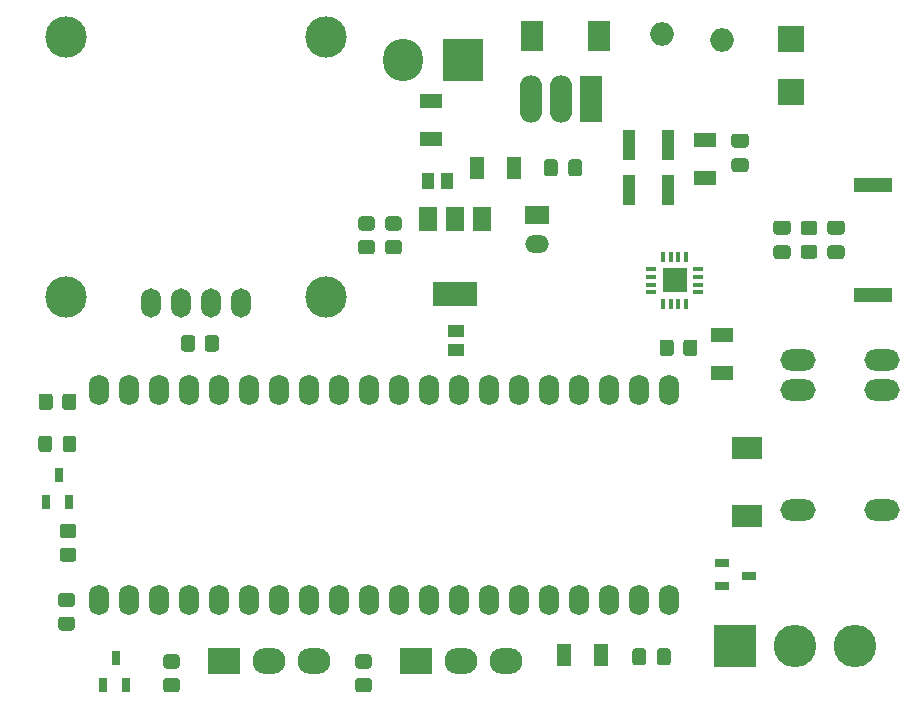
<source format=gts>
%TF.GenerationSoftware,KiCad,Pcbnew,(5.1.10)-1*%
%TF.CreationDate,2024-09-14T21:02:55+02:00*%
%TF.ProjectId,LightningDetector_V1_0,4c696768-746e-4696-9e67-446574656374,rev?*%
%TF.SameCoordinates,Original*%
%TF.FileFunction,Soldermask,Top*%
%TF.FilePolarity,Negative*%
%FSLAX46Y46*%
G04 Gerber Fmt 4.6, Leading zero omitted, Abs format (unit mm)*
G04 Created by KiCad (PCBNEW (5.1.10)-1) date 2024-09-14 21:02:55*
%MOMM*%
%LPD*%
G01*
G04 APERTURE LIST*
%ADD10C,3.500000*%
%ADD11O,1.700000X2.500000*%
%ADD12R,2.300000X2.200000*%
%ADD13R,1.905000X4.000000*%
%ADD14O,1.905000X4.000000*%
%ADD15O,2.000000X1.524000*%
%ADD16R,2.000000X1.500000*%
%ADD17O,2.000000X2.000000*%
%ADD18R,3.400000X3.600000*%
%ADD19O,3.400000X3.600000*%
%ADD20R,0.850000X0.400000*%
%ADD21R,0.400000X0.850000*%
%ADD22R,2.000000X2.000000*%
%ADD23R,1.200000X1.900000*%
%ADD24R,1.900000X1.200000*%
%ADD25R,2.800000X2.200000*%
%ADD26O,2.800000X2.200000*%
%ADD27R,1.900000X2.540000*%
%ADD28R,0.800000X1.300000*%
%ADD29O,1.700000X2.600000*%
%ADD30R,3.200000X1.300000*%
%ADD31R,1.400000X1.000000*%
%ADD32O,3.600000X3.600000*%
%ADD33R,3.600000X3.600000*%
%ADD34R,2.540000X1.900000*%
%ADD35R,1.000000X2.500000*%
%ADD36R,1.000000X1.400000*%
%ADD37R,1.300000X0.800000*%
%ADD38O,3.000000X1.800000*%
%ADD39R,1.500000X2.000000*%
%ADD40R,3.800000X2.000000*%
G04 APERTURE END LIST*
D10*
%TO.C,U5*%
X139319000Y-76454000D03*
X117348000Y-76454000D03*
X117348000Y-54483000D03*
X139319000Y-54483000D03*
D11*
X132161000Y-76951000D03*
X129621000Y-76951000D03*
X127081000Y-76951000D03*
X124541000Y-76951000D03*
%TD*%
D12*
%TO.C,D3*%
X178689000Y-59146000D03*
X178689000Y-54646000D03*
%TD*%
D13*
%TO.C,U4*%
X161798000Y-59690000D03*
D14*
X159258000Y-59690000D03*
X156718000Y-59690000D03*
%TD*%
D15*
%TO.C,C8*%
X157226000Y-71989000D03*
D16*
X157226000Y-69489000D03*
%TD*%
D17*
%TO.C,U3*%
X167767000Y-54229000D03*
X172867000Y-54729000D03*
%TD*%
D18*
%TO.C,CON2*%
X150891240Y-56410860D03*
D19*
X145811240Y-56410860D03*
%TD*%
D20*
%TO.C,U2*%
X170815000Y-76073000D03*
X170815000Y-75423000D03*
X170815000Y-74123000D03*
X170815000Y-74773000D03*
X166865000Y-75423000D03*
X166865000Y-74123000D03*
X166865000Y-74773000D03*
X166865000Y-76073000D03*
D21*
X169165000Y-77073000D03*
X169815000Y-77073000D03*
X168515000Y-77073000D03*
X167865000Y-77073000D03*
X168515000Y-73123000D03*
X169815000Y-73123000D03*
X169165000Y-73123000D03*
X167865000Y-73123000D03*
D22*
X168846500Y-75057000D03*
%TD*%
D23*
%TO.C,C1*%
X159436000Y-106807000D03*
X162636000Y-106807000D03*
%TD*%
%TO.C,C2*%
G36*
G01*
X165253000Y-107409000D02*
X165253000Y-106459000D01*
G75*
G02*
X165503000Y-106209000I250000J0D01*
G01*
X166178000Y-106209000D01*
G75*
G02*
X166428000Y-106459000I0J-250000D01*
G01*
X166428000Y-107409000D01*
G75*
G02*
X166178000Y-107659000I-250000J0D01*
G01*
X165503000Y-107659000D01*
G75*
G02*
X165253000Y-107409000I0J250000D01*
G01*
G37*
G36*
G01*
X167328000Y-107409000D02*
X167328000Y-106459000D01*
G75*
G02*
X167578000Y-106209000I250000J0D01*
G01*
X168253000Y-106209000D01*
G75*
G02*
X168503000Y-106459000I0J-250000D01*
G01*
X168503000Y-107409000D01*
G75*
G02*
X168253000Y-107659000I-250000J0D01*
G01*
X167578000Y-107659000D01*
G75*
G02*
X167328000Y-107409000I0J250000D01*
G01*
G37*
%TD*%
D24*
%TO.C,C3*%
X171450000Y-63170000D03*
X171450000Y-66370000D03*
%TD*%
%TO.C,C4*%
G36*
G01*
X174846000Y-63812000D02*
X173896000Y-63812000D01*
G75*
G02*
X173646000Y-63562000I0J250000D01*
G01*
X173646000Y-62887000D01*
G75*
G02*
X173896000Y-62637000I250000J0D01*
G01*
X174846000Y-62637000D01*
G75*
G02*
X175096000Y-62887000I0J-250000D01*
G01*
X175096000Y-63562000D01*
G75*
G02*
X174846000Y-63812000I-250000J0D01*
G01*
G37*
G36*
G01*
X174846000Y-65887000D02*
X173896000Y-65887000D01*
G75*
G02*
X173646000Y-65637000I0J250000D01*
G01*
X173646000Y-64962000D01*
G75*
G02*
X173896000Y-64712000I250000J0D01*
G01*
X174846000Y-64712000D01*
G75*
G02*
X175096000Y-64962000I0J-250000D01*
G01*
X175096000Y-65637000D01*
G75*
G02*
X174846000Y-65887000I-250000J0D01*
G01*
G37*
%TD*%
%TO.C,C5*%
X172847000Y-82880000D03*
X172847000Y-79680000D03*
%TD*%
D23*
%TO.C,C6*%
X155270000Y-65532000D03*
X152070000Y-65532000D03*
%TD*%
%TO.C,C7*%
G36*
G01*
X157760000Y-66007000D02*
X157760000Y-65057000D01*
G75*
G02*
X158010000Y-64807000I250000J0D01*
G01*
X158685000Y-64807000D01*
G75*
G02*
X158935000Y-65057000I0J-250000D01*
G01*
X158935000Y-66007000D01*
G75*
G02*
X158685000Y-66257000I-250000J0D01*
G01*
X158010000Y-66257000D01*
G75*
G02*
X157760000Y-66007000I0J250000D01*
G01*
G37*
G36*
G01*
X159835000Y-66007000D02*
X159835000Y-65057000D01*
G75*
G02*
X160085000Y-64807000I250000J0D01*
G01*
X160760000Y-64807000D01*
G75*
G02*
X161010000Y-65057000I0J-250000D01*
G01*
X161010000Y-66007000D01*
G75*
G02*
X160760000Y-66257000I-250000J0D01*
G01*
X160085000Y-66257000D01*
G75*
G02*
X159835000Y-66007000I0J250000D01*
G01*
G37*
%TD*%
D25*
%TO.C,CON1*%
X146939000Y-107315000D03*
D26*
X150749000Y-107315000D03*
X154559000Y-107315000D03*
%TD*%
%TO.C,CON3*%
X138303000Y-107315000D03*
X134493000Y-107315000D03*
D25*
X130683000Y-107315000D03*
%TD*%
%TO.C,D1*%
G36*
G01*
X117027000Y-89350001D02*
X117027000Y-88449999D01*
G75*
G02*
X117276999Y-88200000I249999J0D01*
G01*
X117927001Y-88200000D01*
G75*
G02*
X118177000Y-88449999I0J-249999D01*
G01*
X118177000Y-89350001D01*
G75*
G02*
X117927001Y-89600000I-249999J0D01*
G01*
X117276999Y-89600000D01*
G75*
G02*
X117027000Y-89350001I0J249999D01*
G01*
G37*
G36*
G01*
X114977000Y-89350001D02*
X114977000Y-88449999D01*
G75*
G02*
X115226999Y-88200000I249999J0D01*
G01*
X115877001Y-88200000D01*
G75*
G02*
X116127000Y-88449999I0J-249999D01*
G01*
X116127000Y-89350001D01*
G75*
G02*
X115877001Y-89600000I-249999J0D01*
G01*
X115226999Y-89600000D01*
G75*
G02*
X114977000Y-89350001I0J249999D01*
G01*
G37*
%TD*%
D27*
%TO.C,D2*%
X162433000Y-54356000D03*
X156733000Y-54356000D03*
%TD*%
D28*
%TO.C,Q1*%
X120462000Y-109347000D03*
X122362000Y-109347000D03*
X121520000Y-107061000D03*
%TD*%
%TO.C,Q2*%
X116694000Y-91567000D03*
X117536000Y-93853000D03*
X115636000Y-93853000D03*
%TD*%
%TO.C,R1*%
G36*
G01*
X130251000Y-79940999D02*
X130251000Y-80841001D01*
G75*
G02*
X130001001Y-81091000I-249999J0D01*
G01*
X129300999Y-81091000D01*
G75*
G02*
X129051000Y-80841001I0J249999D01*
G01*
X129051000Y-79940999D01*
G75*
G02*
X129300999Y-79691000I249999J0D01*
G01*
X130001001Y-79691000D01*
G75*
G02*
X130251000Y-79940999I0J-249999D01*
G01*
G37*
G36*
G01*
X128251000Y-79940999D02*
X128251000Y-80841001D01*
G75*
G02*
X128001001Y-81091000I-249999J0D01*
G01*
X127300999Y-81091000D01*
G75*
G02*
X127051000Y-80841001I0J249999D01*
G01*
X127051000Y-79940999D01*
G75*
G02*
X127300999Y-79691000I249999J0D01*
G01*
X128001001Y-79691000D01*
G75*
G02*
X128251000Y-79940999I0J-249999D01*
G01*
G37*
%TD*%
%TO.C,R2*%
G36*
G01*
X116186000Y-84893999D02*
X116186000Y-85794001D01*
G75*
G02*
X115936001Y-86044000I-249999J0D01*
G01*
X115235999Y-86044000D01*
G75*
G02*
X114986000Y-85794001I0J249999D01*
G01*
X114986000Y-84893999D01*
G75*
G02*
X115235999Y-84644000I249999J0D01*
G01*
X115936001Y-84644000D01*
G75*
G02*
X116186000Y-84893999I0J-249999D01*
G01*
G37*
G36*
G01*
X118186000Y-84893999D02*
X118186000Y-85794001D01*
G75*
G02*
X117936001Y-86044000I-249999J0D01*
G01*
X117235999Y-86044000D01*
G75*
G02*
X116986000Y-85794001I0J249999D01*
G01*
X116986000Y-84893999D01*
G75*
G02*
X117235999Y-84644000I249999J0D01*
G01*
X117936001Y-84644000D01*
G75*
G02*
X118186000Y-84893999I0J-249999D01*
G01*
G37*
%TD*%
%TO.C,R6*%
G36*
G01*
X142297999Y-71647000D02*
X143198001Y-71647000D01*
G75*
G02*
X143448000Y-71896999I0J-249999D01*
G01*
X143448000Y-72597001D01*
G75*
G02*
X143198001Y-72847000I-249999J0D01*
G01*
X142297999Y-72847000D01*
G75*
G02*
X142048000Y-72597001I0J249999D01*
G01*
X142048000Y-71896999D01*
G75*
G02*
X142297999Y-71647000I249999J0D01*
G01*
G37*
G36*
G01*
X142297999Y-69647000D02*
X143198001Y-69647000D01*
G75*
G02*
X143448000Y-69896999I0J-249999D01*
G01*
X143448000Y-70597001D01*
G75*
G02*
X143198001Y-70847000I-249999J0D01*
G01*
X142297999Y-70847000D01*
G75*
G02*
X142048000Y-70597001I0J249999D01*
G01*
X142048000Y-69896999D01*
G75*
G02*
X142297999Y-69647000I249999J0D01*
G01*
G37*
%TD*%
%TO.C,R7*%
G36*
G01*
X144583999Y-69647000D02*
X145484001Y-69647000D01*
G75*
G02*
X145734000Y-69896999I0J-249999D01*
G01*
X145734000Y-70597001D01*
G75*
G02*
X145484001Y-70847000I-249999J0D01*
G01*
X144583999Y-70847000D01*
G75*
G02*
X144334000Y-70597001I0J249999D01*
G01*
X144334000Y-69896999D01*
G75*
G02*
X144583999Y-69647000I249999J0D01*
G01*
G37*
G36*
G01*
X144583999Y-71647000D02*
X145484001Y-71647000D01*
G75*
G02*
X145734000Y-71896999I0J-249999D01*
G01*
X145734000Y-72597001D01*
G75*
G02*
X145484001Y-72847000I-249999J0D01*
G01*
X144583999Y-72847000D01*
G75*
G02*
X144334000Y-72597001I0J249999D01*
G01*
X144334000Y-71896999D01*
G75*
G02*
X144583999Y-71647000I249999J0D01*
G01*
G37*
%TD*%
%TO.C,R8*%
G36*
G01*
X125787999Y-106731000D02*
X126688001Y-106731000D01*
G75*
G02*
X126938000Y-106980999I0J-249999D01*
G01*
X126938000Y-107681001D01*
G75*
G02*
X126688001Y-107931000I-249999J0D01*
G01*
X125787999Y-107931000D01*
G75*
G02*
X125538000Y-107681001I0J249999D01*
G01*
X125538000Y-106980999D01*
G75*
G02*
X125787999Y-106731000I249999J0D01*
G01*
G37*
G36*
G01*
X125787999Y-108731000D02*
X126688001Y-108731000D01*
G75*
G02*
X126938000Y-108980999I0J-249999D01*
G01*
X126938000Y-109681001D01*
G75*
G02*
X126688001Y-109931000I-249999J0D01*
G01*
X125787999Y-109931000D01*
G75*
G02*
X125538000Y-109681001I0J249999D01*
G01*
X125538000Y-108980999D01*
G75*
G02*
X125787999Y-108731000I249999J0D01*
G01*
G37*
%TD*%
%TO.C,R9*%
G36*
G01*
X117925001Y-98882000D02*
X117024999Y-98882000D01*
G75*
G02*
X116775000Y-98632001I0J249999D01*
G01*
X116775000Y-97931999D01*
G75*
G02*
X117024999Y-97682000I249999J0D01*
G01*
X117925001Y-97682000D01*
G75*
G02*
X118175000Y-97931999I0J-249999D01*
G01*
X118175000Y-98632001D01*
G75*
G02*
X117925001Y-98882000I-249999J0D01*
G01*
G37*
G36*
G01*
X117925001Y-96882000D02*
X117024999Y-96882000D01*
G75*
G02*
X116775000Y-96632001I0J249999D01*
G01*
X116775000Y-95931999D01*
G75*
G02*
X117024999Y-95682000I249999J0D01*
G01*
X117925001Y-95682000D01*
G75*
G02*
X118175000Y-95931999I0J-249999D01*
G01*
X118175000Y-96632001D01*
G75*
G02*
X117925001Y-96882000I-249999J0D01*
G01*
G37*
%TD*%
%TO.C,R10*%
G36*
G01*
X116897999Y-103524000D02*
X117798001Y-103524000D01*
G75*
G02*
X118048000Y-103773999I0J-249999D01*
G01*
X118048000Y-104474001D01*
G75*
G02*
X117798001Y-104724000I-249999J0D01*
G01*
X116897999Y-104724000D01*
G75*
G02*
X116648000Y-104474001I0J249999D01*
G01*
X116648000Y-103773999D01*
G75*
G02*
X116897999Y-103524000I249999J0D01*
G01*
G37*
G36*
G01*
X116897999Y-101524000D02*
X117798001Y-101524000D01*
G75*
G02*
X118048000Y-101773999I0J-249999D01*
G01*
X118048000Y-102474001D01*
G75*
G02*
X117798001Y-102724000I-249999J0D01*
G01*
X116897999Y-102724000D01*
G75*
G02*
X116648000Y-102474001I0J249999D01*
G01*
X116648000Y-101773999D01*
G75*
G02*
X116897999Y-101524000I249999J0D01*
G01*
G37*
%TD*%
%TO.C,R11*%
G36*
G01*
X142043999Y-106731000D02*
X142944001Y-106731000D01*
G75*
G02*
X143194000Y-106980999I0J-249999D01*
G01*
X143194000Y-107681001D01*
G75*
G02*
X142944001Y-107931000I-249999J0D01*
G01*
X142043999Y-107931000D01*
G75*
G02*
X141794000Y-107681001I0J249999D01*
G01*
X141794000Y-106980999D01*
G75*
G02*
X142043999Y-106731000I249999J0D01*
G01*
G37*
G36*
G01*
X142043999Y-108731000D02*
X142944001Y-108731000D01*
G75*
G02*
X143194000Y-108980999I0J-249999D01*
G01*
X143194000Y-109681001D01*
G75*
G02*
X142944001Y-109931000I-249999J0D01*
G01*
X142043999Y-109931000D01*
G75*
G02*
X141794000Y-109681001I0J249999D01*
G01*
X141794000Y-108980999D01*
G75*
G02*
X142043999Y-108731000I249999J0D01*
G01*
G37*
%TD*%
D29*
%TO.C,U1*%
X168402000Y-102108000D03*
X168402000Y-84328000D03*
X165862000Y-102108000D03*
X165862000Y-84328000D03*
X163322000Y-102108000D03*
X163322000Y-84328000D03*
X160782000Y-102108000D03*
X160782000Y-84328000D03*
X158242000Y-102108000D03*
X158242000Y-84328000D03*
X155702000Y-102108000D03*
X155702000Y-84328000D03*
X153162000Y-102108000D03*
X153162000Y-84328000D03*
X150622000Y-102108000D03*
X150622000Y-84328000D03*
X148082000Y-102108000D03*
X148082000Y-84328000D03*
X145542000Y-102108000D03*
X145542000Y-84328000D03*
X143002000Y-102108000D03*
X143002000Y-84328000D03*
X140462000Y-102108000D03*
X140462000Y-84328000D03*
X137922000Y-102108000D03*
X137922000Y-84328000D03*
X135382000Y-102108000D03*
X135382000Y-84328000D03*
X132842000Y-102108000D03*
X132842000Y-84328000D03*
X130302000Y-102108000D03*
X130302000Y-84328000D03*
X127762000Y-102108000D03*
X127762000Y-84328000D03*
X125222000Y-102108000D03*
X125222000Y-84328000D03*
X122682000Y-102108000D03*
X122682000Y-84328000D03*
X120142000Y-102108000D03*
X120142000Y-84328000D03*
%TD*%
D30*
%TO.C,L2*%
X185674000Y-76327000D03*
X185674000Y-67027000D03*
%TD*%
D31*
%TO.C,LK1*%
X150291800Y-80933800D03*
X150291800Y-79311500D03*
%TD*%
%TO.C,C9*%
G36*
G01*
X182974000Y-73253000D02*
X182024000Y-73253000D01*
G75*
G02*
X181774000Y-73003000I0J250000D01*
G01*
X181774000Y-72328000D01*
G75*
G02*
X182024000Y-72078000I250000J0D01*
G01*
X182974000Y-72078000D01*
G75*
G02*
X183224000Y-72328000I0J-250000D01*
G01*
X183224000Y-73003000D01*
G75*
G02*
X182974000Y-73253000I-250000J0D01*
G01*
G37*
G36*
G01*
X182974000Y-71178000D02*
X182024000Y-71178000D01*
G75*
G02*
X181774000Y-70928000I0J250000D01*
G01*
X181774000Y-70253000D01*
G75*
G02*
X182024000Y-70003000I250000J0D01*
G01*
X182974000Y-70003000D01*
G75*
G02*
X183224000Y-70253000I0J-250000D01*
G01*
X183224000Y-70928000D01*
G75*
G02*
X182974000Y-71178000I-250000J0D01*
G01*
G37*
%TD*%
%TO.C,R12*%
G36*
G01*
X180663001Y-71228000D02*
X179762999Y-71228000D01*
G75*
G02*
X179513000Y-70978001I0J249999D01*
G01*
X179513000Y-70277999D01*
G75*
G02*
X179762999Y-70028000I249999J0D01*
G01*
X180663001Y-70028000D01*
G75*
G02*
X180913000Y-70277999I0J-249999D01*
G01*
X180913000Y-70978001D01*
G75*
G02*
X180663001Y-71228000I-249999J0D01*
G01*
G37*
G36*
G01*
X180663001Y-73228000D02*
X179762999Y-73228000D01*
G75*
G02*
X179513000Y-72978001I0J249999D01*
G01*
X179513000Y-72277999D01*
G75*
G02*
X179762999Y-72028000I249999J0D01*
G01*
X180663001Y-72028000D01*
G75*
G02*
X180913000Y-72277999I0J-249999D01*
G01*
X180913000Y-72978001D01*
G75*
G02*
X180663001Y-73228000I-249999J0D01*
G01*
G37*
%TD*%
%TO.C,R13*%
G36*
G01*
X167564000Y-81222001D02*
X167564000Y-80321999D01*
G75*
G02*
X167813999Y-80072000I249999J0D01*
G01*
X168514001Y-80072000D01*
G75*
G02*
X168764000Y-80321999I0J-249999D01*
G01*
X168764000Y-81222001D01*
G75*
G02*
X168514001Y-81472000I-249999J0D01*
G01*
X167813999Y-81472000D01*
G75*
G02*
X167564000Y-81222001I0J249999D01*
G01*
G37*
G36*
G01*
X169564000Y-81222001D02*
X169564000Y-80321999D01*
G75*
G02*
X169813999Y-80072000I249999J0D01*
G01*
X170514001Y-80072000D01*
G75*
G02*
X170764000Y-80321999I0J-249999D01*
G01*
X170764000Y-81222001D01*
G75*
G02*
X170514001Y-81472000I-249999J0D01*
G01*
X169813999Y-81472000D01*
G75*
G02*
X169564000Y-81222001I0J249999D01*
G01*
G37*
%TD*%
%TO.C,C10*%
G36*
G01*
X178402000Y-73253000D02*
X177452000Y-73253000D01*
G75*
G02*
X177202000Y-73003000I0J250000D01*
G01*
X177202000Y-72328000D01*
G75*
G02*
X177452000Y-72078000I250000J0D01*
G01*
X178402000Y-72078000D01*
G75*
G02*
X178652000Y-72328000I0J-250000D01*
G01*
X178652000Y-73003000D01*
G75*
G02*
X178402000Y-73253000I-250000J0D01*
G01*
G37*
G36*
G01*
X178402000Y-71178000D02*
X177452000Y-71178000D01*
G75*
G02*
X177202000Y-70928000I0J250000D01*
G01*
X177202000Y-70253000D01*
G75*
G02*
X177452000Y-70003000I250000J0D01*
G01*
X178402000Y-70003000D01*
G75*
G02*
X178652000Y-70253000I0J-250000D01*
G01*
X178652000Y-70928000D01*
G75*
G02*
X178402000Y-71178000I-250000J0D01*
G01*
G37*
%TD*%
D24*
%TO.C,C11*%
X148209000Y-59868000D03*
X148209000Y-63068000D03*
%TD*%
D32*
%TO.C,CON4*%
X184150000Y-106045000D03*
X179070000Y-106045000D03*
D33*
X173990000Y-106045000D03*
%TD*%
D34*
%TO.C,D4*%
X175006000Y-89281000D03*
X175006000Y-94981000D03*
%TD*%
D35*
%TO.C,L1*%
X164974000Y-67437000D03*
X168274000Y-67437000D03*
%TD*%
%TO.C,L3*%
X168274000Y-63627000D03*
X164974000Y-63627000D03*
%TD*%
D36*
%TO.C,LK2*%
X149577300Y-66675000D03*
X147955000Y-66675000D03*
%TD*%
D37*
%TO.C,Q3*%
X175133000Y-100057000D03*
X172847000Y-100899000D03*
X172847000Y-98999000D03*
%TD*%
D38*
%TO.C,REL1*%
X186372500Y-94488000D03*
X186372500Y-84328000D03*
X186372500Y-81788000D03*
X179252500Y-94488000D03*
X179252500Y-81788000D03*
X179252500Y-84328000D03*
%TD*%
D39*
%TO.C,U6*%
X152541000Y-69875000D03*
X147941000Y-69875000D03*
X150241000Y-69875000D03*
D40*
X150241000Y-76175000D03*
%TD*%
M02*

</source>
